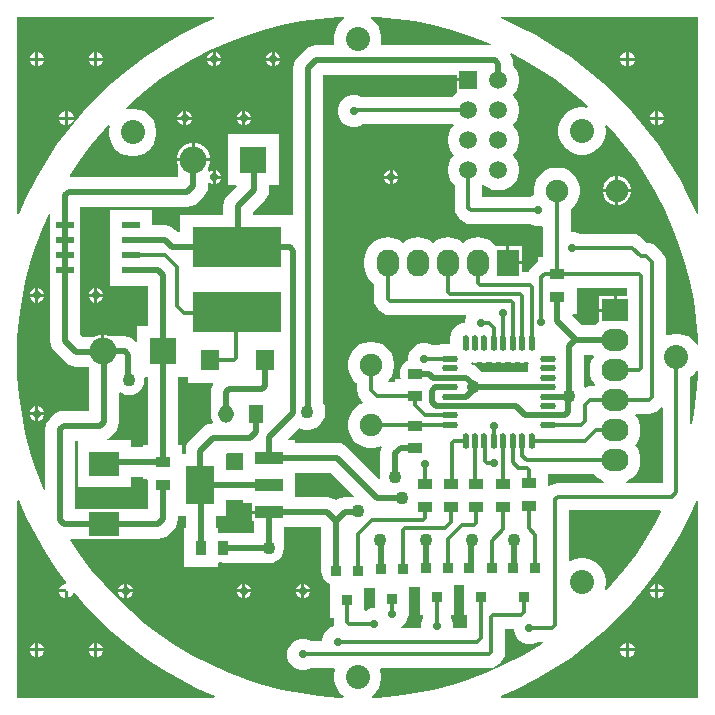
<source format=gtl>
G04*
G04 #@! TF.GenerationSoftware,Altium Limited,Altium Designer,21.0.9 (235)*
G04*
G04 Layer_Physical_Order=1*
G04 Layer_Color=255*
%FSTAX24Y24*%
%MOIN*%
G70*
G04*
G04 #@! TF.SameCoordinates,013E48BC-1F52-4242-9F7F-A7329D5E5ACC*
G04*
G04*
G04 #@! TF.FilePolarity,Positive*
G04*
G01*
G75*
%ADD15C,0.0118*%
%ADD20R,0.0630X0.0236*%
%ADD21R,0.0945X0.1299*%
%ADD22R,0.0945X0.0394*%
%ADD23R,0.0630X0.0709*%
%ADD24R,0.2953X0.1378*%
%ADD25O,0.0217X0.0531*%
%ADD26O,0.0531X0.0217*%
%ADD27R,0.0512X0.0354*%
%ADD28R,0.0354X0.0512*%
%ADD29R,0.0354X0.0374*%
%ADD53C,0.0197*%
%ADD54R,0.0591X0.0591*%
%ADD55C,0.0591*%
%ADD56C,0.0900*%
%ADD57R,0.0900X0.0900*%
%ADD58R,0.0984X0.0787*%
%ADD59O,0.0900X0.0750*%
%ADD60R,0.0900X0.0750*%
%ADD61R,0.0512X0.0591*%
%ADD62O,0.0512X0.0591*%
%ADD63C,0.0800*%
%ADD64O,0.0750X0.0900*%
%ADD65R,0.0750X0.0900*%
%ADD66C,0.0750*%
%ADD67C,0.0276*%
%ADD68C,0.0433*%
G36*
X038887Y04274D02*
X039522Y042686D01*
X040152Y042597D01*
X040777Y042473D01*
X041394Y042314D01*
X042001Y04212D01*
X042596Y041893D01*
X042683Y041854D01*
X042673Y041805D01*
X039053D01*
X039021Y041844D01*
X039042Y041949D01*
Y042106D01*
X039011Y042259D01*
X038951Y042404D01*
X038865Y042534D01*
X038754Y042644D01*
X038677Y042696D01*
X038692Y042745D01*
X038887Y04274D01*
D02*
G37*
G36*
X041548Y040702D02*
X041943D01*
Y040602D01*
X041548D01*
Y040256D01*
X041548Y040256D01*
X041548D01*
X041537Y040209D01*
X041504Y040187D01*
X041408Y040091D01*
X041408Y040091D01*
X038371D01*
X038335Y040111D01*
X0382Y040148D01*
X03806D01*
X037925Y040111D01*
X037804Y040041D01*
X037705Y039942D01*
X037635Y039821D01*
X037598Y039686D01*
Y039546D01*
X037635Y039411D01*
X037705Y03929D01*
X037804Y039191D01*
X037925Y039121D01*
X03806Y039085D01*
X0382D01*
X038335Y039121D01*
X038433Y039177D01*
X041423D01*
X041445Y039128D01*
X041408Y039091D01*
X041332Y038978D01*
X04128Y038853D01*
X041254Y038719D01*
Y038584D01*
X04128Y038451D01*
X041332Y038325D01*
X041408Y038212D01*
X041469Y038152D01*
X041408Y038091D01*
X041332Y037978D01*
X04128Y037853D01*
X041254Y037719D01*
Y037584D01*
X04128Y037451D01*
X041332Y037325D01*
X041408Y037212D01*
X041486Y037134D01*
Y036368D01*
X041486Y036368D01*
X041502Y03625D01*
X041547Y03614D01*
X04162Y036045D01*
X041689Y035976D01*
X041689Y035976D01*
X041784Y035904D01*
X041894Y035858D01*
X042012Y035843D01*
X042012Y035843D01*
X044D01*
X044067Y035804D01*
X044202Y035768D01*
X044342D01*
X044404Y035784D01*
X044443Y035754D01*
Y034745D01*
X04425D01*
Y03457D01*
X04425Y034569D01*
X044156Y034497D01*
X044156Y034497D01*
X044044Y034386D01*
X043972Y034291D01*
X043957Y034256D01*
X043725D01*
Y0345D01*
X04325D01*
Y03455D01*
X0432D01*
Y0351D01*
X042855D01*
X042796Y035171D01*
X042679Y035267D01*
X042546Y035339D01*
X042401Y035383D01*
X04225Y035397D01*
X042099Y035383D01*
X041954Y035339D01*
X041821Y035267D01*
X04175Y035209D01*
X041679Y035267D01*
X041546Y035339D01*
X041401Y035383D01*
X04125Y035397D01*
X041099Y035383D01*
X040954Y035339D01*
X040821Y035267D01*
X04075Y035209D01*
X040679Y035267D01*
X040546Y035339D01*
X040401Y035383D01*
X04025Y035397D01*
X040099Y035383D01*
X039954Y035339D01*
X039821Y035267D01*
X03975Y035209D01*
X039679Y035267D01*
X039546Y035339D01*
X039401Y035383D01*
X03925Y035397D01*
X039099Y035383D01*
X038954Y035339D01*
X038821Y035267D01*
X038704Y035171D01*
X038608Y035054D01*
X038536Y034921D01*
X038492Y034776D01*
X038478Y034625D01*
Y034475D01*
X038492Y034324D01*
X038536Y034179D01*
X038608Y034046D01*
X038704Y033929D01*
X038793Y033855D01*
Y033337D01*
X038793Y033337D01*
X038809Y033219D01*
X038855Y033109D01*
X038927Y033014D01*
X038996Y032945D01*
X038996Y032945D01*
X039091Y032872D01*
X039201Y032827D01*
X039319Y032811D01*
X039319Y032811D01*
X04185D01*
X041875Y032768D01*
X041867Y032754D01*
X041831Y032619D01*
Y032545D01*
X041717Y03253D01*
X041594Y03248D01*
X04149Y032399D01*
X041409Y032294D01*
X041359Y032172D01*
X041341Y032041D01*
Y031859D01*
X041159D01*
X041028Y031841D01*
X040933Y031802D01*
X040733D01*
X040677Y031834D01*
X040542Y03187D01*
X040402D01*
X040267Y031834D01*
X040146Y031764D01*
X040047Y031665D01*
X039977Y031544D01*
X039941Y031409D01*
Y031299D01*
X039909Y031286D01*
X039806Y031207D01*
X039728Y031104D01*
X039678Y030985D01*
X039661Y030856D01*
X039678Y030729D01*
X039679Y030719D01*
X039647Y030679D01*
X039508D01*
Y030565D01*
X039267D01*
X039248Y030611D01*
X039297Y03066D01*
X039381Y030786D01*
X039439Y030926D01*
X039469Y031074D01*
Y031226D01*
X039439Y031374D01*
X039381Y031514D01*
X039297Y03164D01*
X03919Y031747D01*
X039064Y031831D01*
X038924Y031889D01*
X038776Y031919D01*
X038624D01*
X038476Y031889D01*
X038336Y031831D01*
X03821Y031747D01*
X038103Y03164D01*
X038019Y031514D01*
X037961Y031374D01*
X037931Y031226D01*
Y031074D01*
X037961Y030926D01*
X038019Y030786D01*
X038103Y03066D01*
X03821Y030553D01*
X038243Y030531D01*
Y030296D01*
X038243Y030296D01*
X038259Y030178D01*
X038305Y030068D01*
X038377Y029973D01*
X038434Y029917D01*
X038424Y029868D01*
X038336Y029831D01*
X03821Y029747D01*
X038103Y02964D01*
X038019Y029514D01*
X037961Y029374D01*
X037931Y029226D01*
Y029074D01*
X037961Y028926D01*
X038019Y028786D01*
X038103Y02866D01*
X03821Y028553D01*
X038336Y028469D01*
X038476Y028411D01*
X038624Y028381D01*
X038776D01*
X038924Y028411D01*
X039026Y028453D01*
X039065Y028415D01*
X039028Y028327D01*
X039011Y028199D01*
Y027421D01*
X039019Y027364D01*
X038972Y027341D01*
X037906Y028407D01*
X037803Y028485D01*
X037683Y028535D01*
X037555Y028552D01*
X036158D01*
Y028646D01*
X035959D01*
X03594Y028692D01*
X036288Y029041D01*
X036387Y029D01*
X036505Y028976D01*
X036625D01*
X036743Y029D01*
X036854Y029046D01*
X036954Y029113D01*
X037039Y029198D01*
X037106Y029298D01*
X037152Y029409D01*
X037175Y029527D01*
Y029647D01*
X037152Y029765D01*
X037106Y029876D01*
X037101Y029883D01*
Y040813D01*
X041548D01*
Y040702D01*
D02*
G37*
G36*
X043744Y041341D02*
X044293Y041017D01*
X044822Y040663D01*
X045331Y04028D01*
X045818Y039869D01*
X045923Y03977D01*
X045899Y039723D01*
X045809Y039741D01*
X045653D01*
X045499Y039711D01*
X045355Y039651D01*
X045225Y039564D01*
X045114Y039454D01*
X045027Y039324D01*
X044968Y039179D01*
X044937Y039026D01*
Y038869D01*
X044968Y038716D01*
X045027Y038572D01*
X045114Y038442D01*
X045225Y038331D01*
X045355Y038244D01*
X045499Y038184D01*
X045653Y038154D01*
X045809D01*
X045962Y038184D01*
X046107Y038244D01*
X046237Y038331D01*
X046347Y038442D01*
X046434Y038572D01*
X046494Y038716D01*
X046525Y038869D01*
Y039026D01*
X046506Y039121D01*
X046552Y039145D01*
X046719Y038968D01*
X04713Y038481D01*
X047513Y037972D01*
X047867Y037443D01*
X048191Y036894D01*
X048483Y036328D01*
X048743Y035746D01*
X04897Y035151D01*
X049164Y034544D01*
X049323Y033927D01*
X049447Y033302D01*
X049536Y032672D01*
X04959Y032037D01*
X049595Y031843D01*
X049546Y031827D01*
X049494Y031904D01*
X049384Y032014D01*
X049254Y032101D01*
X049109Y032161D01*
X048956Y032191D01*
X0488D01*
X048646Y032161D01*
X048569Y032129D01*
X048528Y032157D01*
Y034567D01*
X048528Y034567D01*
X048512Y034685D01*
X048466Y034795D01*
X048394Y03489D01*
X048394Y03489D01*
X048187Y035097D01*
X048093Y035169D01*
X047982Y035215D01*
X047878Y035228D01*
X047724Y035382D01*
X04763Y035455D01*
X04752Y0355D01*
X047402Y035516D01*
X047402Y035516D01*
X045666D01*
X045599Y035554D01*
X045464Y035591D01*
X045357D01*
Y036344D01*
X045381Y036361D01*
X045488Y036468D01*
X045572Y036594D01*
X04563Y036733D01*
X045659Y036882D01*
Y037033D01*
X04563Y037182D01*
X045572Y037322D01*
X045488Y037448D01*
X045381Y037555D01*
X045255Y037639D01*
X045115Y037697D01*
X044966Y037726D01*
X044815D01*
X044667Y037697D01*
X044527Y037639D01*
X044401Y037555D01*
X044294Y037448D01*
X04421Y037322D01*
X044152Y037182D01*
X044122Y037033D01*
Y036882D01*
X044136Y036813D01*
X044067Y036794D01*
X044Y036756D01*
X0424D01*
Y037134D01*
X042443Y037177D01*
X042504Y037116D01*
X042617Y037041D01*
X042742Y036989D01*
X042875Y036963D01*
X043011D01*
X043144Y036989D01*
X043269Y037041D01*
X043382Y037116D01*
X043478Y037212D01*
X043553Y037325D01*
X043605Y037451D01*
X043632Y037584D01*
Y037719D01*
X043605Y037853D01*
X043553Y037978D01*
X043478Y038091D01*
X043417Y038152D01*
X043478Y038212D01*
X043553Y038325D01*
X043605Y038451D01*
X043632Y038584D01*
Y038719D01*
X043605Y038853D01*
X043553Y038978D01*
X043478Y039091D01*
X043417Y039152D01*
X043478Y039212D01*
X043553Y039325D01*
X043605Y039451D01*
X043632Y039584D01*
Y039719D01*
X043605Y039853D01*
X043553Y039978D01*
X043478Y040091D01*
X043417Y040152D01*
X043478Y040212D01*
X043553Y040325D01*
X043605Y040451D01*
X043632Y040584D01*
Y040719D01*
X043605Y040853D01*
X043553Y040978D01*
X043478Y041091D01*
X043439Y04113D01*
Y041194D01*
X043422Y041322D01*
X043373Y041442D01*
X043329Y041498D01*
X043362Y041538D01*
X043744Y041341D01*
D02*
G37*
G36*
X037819Y042696D02*
X037742Y042644D01*
X037632Y042534D01*
X037545Y042404D01*
X037485Y042259D01*
X037454Y042106D01*
Y041949D01*
X037475Y041844D01*
X037444Y041805D01*
X03686D01*
X036732Y041789D01*
X036612Y041739D01*
X036509Y04166D01*
X036509Y04166D01*
X036253Y041404D01*
X036174Y041301D01*
X036125Y041182D01*
X036108Y041053D01*
Y036191D01*
X036083Y036152D01*
X034768D01*
Y036251D01*
X035154Y036637D01*
X035233Y03674D01*
X035283Y03686D01*
X0353Y036988D01*
X0353Y036988D01*
Y037148D01*
X035617D01*
Y038836D01*
X03393D01*
Y037148D01*
X034196D01*
X034215Y037102D01*
X033921Y036808D01*
X033842Y036705D01*
X033792Y036585D01*
X033775Y036457D01*
Y036152D01*
X032343D01*
Y035565D01*
X032253D01*
X032167Y035651D01*
X032064Y03573D01*
X031945Y035779D01*
X031816Y035796D01*
X031411D01*
Y036312D01*
X029994D01*
Y035288D01*
Y034788D01*
Y034288D01*
Y033788D01*
X031254D01*
Y032444D01*
X030906D01*
Y03194D01*
X03086Y031921D01*
X03083Y031951D01*
X030727Y03203D01*
X030608Y032079D01*
X030479Y032096D01*
X02999D01*
X029962Y032113D01*
X029822Y03215D01*
X0298D01*
Y0316D01*
X0297D01*
Y03215D01*
X029678D01*
X029538Y032113D01*
X029471Y032074D01*
X029081D01*
X028994Y032161D01*
Y0343D01*
Y0348D01*
Y0353D01*
Y0358D01*
Y036423D01*
X032572D01*
X0327Y03644D01*
X03282Y036489D01*
X032923Y036568D01*
X033125Y03677D01*
X033203Y036873D01*
X033253Y036993D01*
X03327Y037121D01*
Y037195D01*
X033316Y037214D01*
X03333Y0372D01*
X033415Y037165D01*
Y037402D01*
Y037638D01*
X03333Y037603D01*
X033316Y037589D01*
X03327Y037609D01*
Y037752D01*
X033286Y03778D01*
X033324Y03792D01*
Y037942D01*
X032774D01*
X032224D01*
Y03792D01*
X032261Y03778D01*
X032277Y037752D01*
Y037416D01*
X028675D01*
X028648Y037466D01*
X028987Y037972D01*
X02937Y038481D01*
X029781Y038968D01*
X029934Y03913D01*
X02998Y039106D01*
X029954Y038976D01*
Y038819D01*
X029985Y038666D01*
X030045Y038522D01*
X030132Y038392D01*
X030242Y038281D01*
X030372Y038194D01*
X030517Y038134D01*
X03067Y038104D01*
X030826D01*
X03098Y038134D01*
X031124Y038194D01*
X031254Y038281D01*
X031365Y038392D01*
X031451Y038522D01*
X031511Y038666D01*
X031542Y038819D01*
Y038976D01*
X031511Y039129D01*
X031451Y039274D01*
X031365Y039404D01*
X031254Y039514D01*
X031124Y039601D01*
X03098Y039661D01*
X030826Y039691D01*
X03067D01*
X030539Y039665D01*
X030516Y039712D01*
X030682Y039869D01*
X031169Y04028D01*
X031678Y040663D01*
X032207Y041017D01*
X032756Y041341D01*
X033322Y041633D01*
X033904Y041893D01*
X034499Y04212D01*
X035106Y042314D01*
X035723Y042473D01*
X036348Y042597D01*
X036978Y042686D01*
X037613Y04274D01*
X037803Y042745D01*
X037819Y042696D01*
D02*
G37*
G36*
X049604Y036174D02*
X049554Y036163D01*
X049304Y036723D01*
X048988Y037335D01*
X048638Y037927D01*
X048256Y038499D01*
X047842Y039049D01*
X047398Y039575D01*
X046925Y040075D01*
X046425Y040548D01*
X045899Y040992D01*
X045349Y041406D01*
X044777Y041788D01*
X044185Y042138D01*
X043573Y042454D01*
X043013Y042704D01*
X043024Y042754D01*
X049604D01*
Y036174D01*
D02*
G37*
G36*
X033487Y042704D02*
X032927Y042454D01*
X032315Y042138D01*
X031723Y041788D01*
X031151Y041406D01*
X030601Y040992D01*
X030075Y040548D01*
X029575Y040075D01*
X029102Y039575D01*
X028658Y039049D01*
X028244Y038499D01*
X027862Y037927D01*
X027512Y037335D01*
X027196Y036723D01*
X026946Y036163D01*
X026896Y036174D01*
Y042754D01*
X033477D01*
X033487Y042704D01*
D02*
G37*
G36*
X04723Y033449D02*
X046881D01*
Y032974D01*
X046831D01*
Y032924D01*
X046281D01*
Y032579D01*
X04621Y032521D01*
X046169Y032471D01*
X045739D01*
X045405Y032805D01*
X045417Y032855D01*
X04555D01*
Y033603D01*
Y033717D01*
X04723D01*
Y033449D01*
D02*
G37*
G36*
X043606Y031237D02*
X043737Y03122D01*
X043868Y031237D01*
X043891Y031247D01*
X043929Y031229D01*
X043947Y031191D01*
X043937Y031168D01*
X04392Y031037D01*
X043931Y030954D01*
X043887Y030904D01*
X042396D01*
X042226Y031073D01*
X042124Y031152D01*
X042044Y031185D01*
X042057Y031234D01*
X042163Y03122D01*
X042294Y031237D01*
X04232Y031248D01*
X042347Y031237D01*
X042478Y03122D01*
X042609Y031237D01*
X042635Y031248D01*
X042661Y031237D01*
X042793Y03122D01*
X042924Y031237D01*
X04295Y031248D01*
X042976Y031237D01*
X043107Y03122D01*
X043239Y031237D01*
X043265Y031248D01*
X043291Y031237D01*
X043422Y03122D01*
X043553Y031237D01*
X04358Y031248D01*
X043606Y031237D01*
D02*
G37*
G36*
X046134Y031428D02*
X046113Y031404D01*
X046042Y03127D01*
X045998Y031125D01*
X045983Y030974D01*
X045998Y030824D01*
X046042Y030679D01*
X046113Y030545D01*
X046172Y030474D01*
X046136Y030431D01*
X045994D01*
X045994Y030431D01*
X045876Y030416D01*
X045822Y030393D01*
X045782Y030454D01*
Y031478D01*
X04611D01*
X046134Y031428D01*
D02*
G37*
G36*
X031254Y028471D02*
X0311D01*
Y028396D01*
X030686D01*
Y028637D01*
X02992D01*
X02991Y028687D01*
X029926Y028694D01*
X030029Y028773D01*
X030144Y028888D01*
X030223Y028991D01*
X030273Y029111D01*
X03029Y029239D01*
Y030222D01*
X030335Y030244D01*
X030392Y0302D01*
X030511Y03015D01*
X03064Y030134D01*
X030768Y03015D01*
X030888Y0302D01*
X030991Y030279D01*
X03107Y030382D01*
X031119Y030501D01*
X031136Y03063D01*
X031124Y030719D01*
X031157Y030756D01*
X031254D01*
Y028471D01*
D02*
G37*
G36*
X048421Y029722D02*
Y027209D01*
X047202D01*
X047194Y027259D01*
X047201Y027261D01*
X047335Y027332D01*
X047452Y027428D01*
X047548Y027545D01*
X047619Y027679D01*
X047663Y027824D01*
X047678Y027974D01*
X047663Y028125D01*
X047619Y02827D01*
X047548Y028404D01*
X04749Y028474D01*
X047548Y028545D01*
X047619Y028679D01*
X047663Y028824D01*
X047678Y028974D01*
X047663Y029125D01*
X047619Y02927D01*
X047548Y029404D01*
X04749Y029474D01*
X047525Y029518D01*
X047957D01*
X047957Y029518D01*
X048075Y029533D01*
X048185Y029579D01*
X04828Y029652D01*
X048371Y029743D01*
X048421Y029722D01*
D02*
G37*
G36*
X049595Y030952D02*
X04959Y030763D01*
X049536Y030128D01*
X049447Y029498D01*
X049384Y029181D01*
X049335Y029186D01*
Y030748D01*
X049384Y030781D01*
X049494Y030892D01*
X049546Y030968D01*
X049595Y030952D01*
D02*
G37*
G36*
X032594Y030756D02*
X032608Y030712D01*
Y030551D01*
X03342D01*
X033442Y030506D01*
X03342Y030477D01*
X033371Y030358D01*
X033354Y030229D01*
Y0295D01*
X033371Y029372D01*
X03342Y029252D01*
X033426Y029244D01*
X033424Y029233D01*
X033401Y029194D01*
X033288Y029179D01*
X033168Y02913D01*
X033066Y029051D01*
X032657Y028643D01*
X032578Y02854D01*
X032529Y02842D01*
X032512Y028292D01*
Y028193D01*
X0324D01*
Y028471D01*
X032246D01*
Y030756D01*
X032594D01*
D02*
G37*
G36*
X034426Y027646D02*
X033874D01*
Y028193D01*
X03392Y028204D01*
X034426D01*
Y027646D01*
D02*
G37*
G36*
X04621Y027428D02*
X046327Y027332D01*
X04646Y027261D01*
X046467Y027259D01*
X04646Y027209D01*
X044912D01*
X044912Y027209D01*
X044794Y027193D01*
X044683Y027147D01*
X044644Y027118D01*
X0446Y02714D01*
Y027518D01*
X046136D01*
X04621Y027428D01*
D02*
G37*
G36*
X028001Y036173D02*
Y0358D01*
Y0353D01*
Y0348D01*
Y0343D01*
Y031955D01*
X028018Y031827D01*
X028068Y031707D01*
X028147Y031604D01*
X028524Y031227D01*
X028627Y031148D01*
X028747Y031098D01*
X028875Y031081D01*
X029297D01*
Y02962D01*
X028452D01*
X028323Y029603D01*
X028204Y029554D01*
X028101Y029475D01*
X027986Y02936D01*
X027907Y029257D01*
X027857Y029137D01*
X02784Y029009D01*
Y026987D01*
X027791Y026976D01*
X027757Y027054D01*
X02753Y027649D01*
X027336Y028256D01*
X027177Y028873D01*
X027053Y029498D01*
X026964Y030128D01*
X02691Y030763D01*
X026896Y03128D01*
Y03152D01*
X02691Y032037D01*
X026964Y032672D01*
X027053Y033302D01*
X027177Y033927D01*
X027336Y034544D01*
X02753Y035151D01*
X027757Y035746D01*
X027952Y036183D01*
X028001Y036173D01*
D02*
G37*
G36*
X038115Y026793D02*
X038116Y026786D01*
X038097Y026741D01*
X037825D01*
X037696Y026724D01*
X037577Y026674D01*
X037526Y026636D01*
X037475Y026674D01*
X037356Y026724D01*
X037227Y026741D01*
X036158D01*
Y027465D01*
Y027559D01*
X037349D01*
X038115Y026793D01*
D02*
G37*
G36*
X028914Y027063D02*
X030686D01*
Y027404D01*
X0311D01*
Y027329D01*
X03124D01*
X031271Y02729D01*
X03127Y027279D01*
X031254Y027152D01*
Y026346D01*
X0298D01*
X0298Y026346D01*
X02978Y026344D01*
X029208D01*
Y026343D01*
X028833D01*
Y028628D01*
X028914D01*
Y027063D01*
D02*
G37*
G36*
X034426Y026559D02*
X034677D01*
X034719Y026541D01*
Y026294D01*
X035292D01*
Y026194D01*
X034719D01*
Y025948D01*
X034799D01*
Y025541D01*
X033814D01*
X033774Y025546D01*
X033647Y02553D01*
X033636Y025529D01*
X033597Y02556D01*
Y0257D01*
X033522D01*
Y026107D01*
X033874D01*
Y026654D01*
X034426D01*
Y026559D01*
D02*
G37*
G36*
X04837Y026253D02*
X048191Y025906D01*
X047867Y025357D01*
X047513Y024828D01*
X04713Y024319D01*
X046719Y023832D01*
X046531Y023633D01*
X046488Y02366D01*
X046496Y023681D01*
X046527Y023834D01*
Y023991D01*
X046496Y024144D01*
X046437Y024288D01*
X04635Y024418D01*
X046239Y024529D01*
X046109Y024616D01*
X045965Y024676D01*
X045811Y024706D01*
X045655D01*
X045502Y024676D01*
X045357Y024616D01*
X045343Y024606D01*
X045299Y02463D01*
Y026295D01*
X048344D01*
X04837Y026253D01*
D02*
G37*
G36*
X038829Y023031D02*
X038719D01*
X038584Y022995D01*
X038521Y022959D01*
X038471Y022972D01*
Y023711D01*
X038829D01*
Y023031D01*
D02*
G37*
G36*
X041779Y022827D02*
X041893D01*
Y022376D01*
X041427D01*
Y022511D01*
X041391Y022646D01*
X041352Y022713D01*
Y022827D01*
X041471D01*
Y023811D01*
X041779D01*
Y022827D01*
D02*
G37*
G36*
X040329D02*
X040439D01*
Y022713D01*
X0404Y022646D01*
X040364Y022511D01*
Y022376D01*
X039721D01*
X039708Y022424D01*
X039716Y022429D01*
X039815Y022528D01*
X039885Y022649D01*
X039919Y022777D01*
X039971D01*
Y023761D01*
X040329D01*
Y022827D01*
D02*
G37*
G36*
X03253Y0257D02*
X032455D01*
Y0244D01*
X033597D01*
Y024543D01*
X033638Y02457D01*
X033651Y024565D01*
X033779Y024548D01*
X033779Y024548D01*
X035255D01*
X035295Y024543D01*
X035424Y02456D01*
X035543Y024609D01*
X035646Y024688D01*
X035725Y024791D01*
X035775Y024911D01*
X035792Y025039D01*
X035792Y025039D01*
Y025748D01*
X037022D01*
X03703Y02574D01*
Y024292D01*
X037047Y024164D01*
X037096Y024044D01*
X037175Y023941D01*
X037278Y023862D01*
X037329Y023841D01*
Y022727D01*
X037447D01*
Y022569D01*
X037447Y022569D01*
X037462Y022451D01*
X037455Y022436D01*
X037374Y022415D01*
X037252Y022345D01*
X037153Y022246D01*
X037083Y022124D01*
X037047Y021989D01*
Y021953D01*
X036709D01*
X036642Y021991D01*
X036507Y022028D01*
X036367D01*
X036232Y021991D01*
X036111Y021921D01*
X036012Y021822D01*
X035942Y021701D01*
X035906Y021566D01*
Y021426D01*
X035942Y021291D01*
X036012Y02117D01*
X036111Y021071D01*
X036232Y021001D01*
X036367Y020965D01*
X036507D01*
X036642Y021001D01*
X036709Y021039D01*
X037465D01*
X037493Y020998D01*
X037485Y020979D01*
X037454Y020826D01*
Y020669D01*
X037485Y020516D01*
X037545Y020372D01*
X037632Y020242D01*
X037742Y020131D01*
X037784Y020103D01*
X037768Y020056D01*
X037613Y02006D01*
X036978Y020114D01*
X036348Y020203D01*
X035723Y020327D01*
X035106Y020486D01*
X034499Y02068D01*
X033904Y020907D01*
X033322Y021167D01*
X032756Y021459D01*
X032207Y021783D01*
X031678Y022137D01*
X031169Y02252D01*
X030682Y022931D01*
X030219Y023369D01*
X029781Y023832D01*
X02937Y024319D01*
X028987Y024828D01*
X028667Y025306D01*
X028691Y02535D01*
X029796D01*
X029823Y025354D01*
X031598D01*
X031727Y025371D01*
X031846Y02542D01*
X031949Y025499D01*
X032101Y025651D01*
X032101Y025651D01*
X03218Y025754D01*
X032229Y025873D01*
X032246Y026002D01*
X032246Y026002D01*
Y026107D01*
X03253D01*
Y0257D01*
D02*
G37*
G36*
X043445Y022312D02*
X043481Y022177D01*
X043551Y022056D01*
X04365Y021957D01*
X043771Y021887D01*
X043906Y02185D01*
X044046D01*
X044182Y021887D01*
X044248Y021925D01*
X044419D01*
X044434Y021877D01*
X044293Y021783D01*
X043744Y021459D01*
X043178Y021167D01*
X042596Y020907D01*
X042001Y02068D01*
X041394Y020486D01*
X040777Y020327D01*
X040152Y020203D01*
X039522Y020114D01*
X038887Y02006D01*
X038728Y020056D01*
X038712Y020103D01*
X038754Y020131D01*
X038865Y020242D01*
X038951Y020372D01*
X039011Y020516D01*
X039042Y020669D01*
Y020826D01*
X039011Y020979D01*
X039003Y020998D01*
X039031Y021039D01*
X042638D01*
X042638Y021039D01*
X042756Y021055D01*
X042866Y021101D01*
X04296Y021173D01*
X04303Y021242D01*
X04303Y021242D01*
X043102Y021337D01*
X043148Y021447D01*
X043163Y021565D01*
X043163Y021565D01*
Y022358D01*
X043445D01*
Y022312D01*
D02*
G37*
G36*
X049604Y026627D02*
Y020046D01*
X043024D01*
X043013Y020096D01*
X043573Y020346D01*
X044185Y020662D01*
X044777Y021012D01*
X045349Y021394D01*
X045899Y021808D01*
X046425Y022252D01*
X046925Y022725D01*
X047398Y023225D01*
X047842Y023751D01*
X048256Y024301D01*
X048638Y024873D01*
X048988Y025465D01*
X049304Y026077D01*
X049554Y026637D01*
X049604Y026627D01*
D02*
G37*
G36*
X027196Y026077D02*
X027512Y025465D01*
X027862Y024873D01*
X028244Y024301D01*
X028542Y023905D01*
X02852Y02386D01*
X028496D01*
X028409Y023824D01*
X028342Y023757D01*
X028307Y023672D01*
X028543D01*
Y023622D01*
X028593D01*
Y023385D01*
X028678Y02342D01*
X028745Y023487D01*
X028768Y023543D01*
X028826Y023552D01*
X029102Y023225D01*
X029575Y022725D01*
X030075Y022252D01*
X030601Y021808D01*
X031151Y021394D01*
X031723Y021012D01*
X032315Y020662D01*
X032927Y020346D01*
X033487Y020096D01*
X033477Y020046D01*
X026896D01*
Y026627D01*
X026946Y026637D01*
X027196Y026077D01*
D02*
G37*
%LPC*%
G36*
X03942Y037638D02*
Y037452D01*
X039607D01*
X039572Y037536D01*
X039505Y037603D01*
X03942Y037638D01*
D02*
G37*
G36*
X03932D02*
X039235Y037603D01*
X039168Y037536D01*
X039133Y037452D01*
X03932D01*
Y037638D01*
D02*
G37*
G36*
X039607Y037352D02*
X03942D01*
Y037165D01*
X039505Y0372D01*
X039572Y037267D01*
X039607Y037352D01*
D02*
G37*
G36*
X03932D02*
X039133D01*
X039168Y037267D01*
X039235Y0372D01*
X03932Y037165D01*
Y037352D01*
D02*
G37*
G36*
X043725Y0351D02*
X0433D01*
Y0346D01*
X043725D01*
Y0351D01*
D02*
G37*
G36*
X046953Y037433D02*
X046941D01*
Y037008D01*
X047366D01*
Y03702D01*
X047333Y037141D01*
X047271Y037249D01*
X047182Y037338D01*
X047074Y0374D01*
X046953Y037433D01*
D02*
G37*
G36*
X046841D02*
X046828D01*
X046707Y0374D01*
X046599Y037338D01*
X046511Y037249D01*
X046448Y037141D01*
X046416Y03702D01*
Y037008D01*
X046841D01*
Y037433D01*
D02*
G37*
G36*
X047366Y036908D02*
X046941D01*
Y036483D01*
X046953D01*
X047074Y036515D01*
X047182Y036578D01*
X047271Y036666D01*
X047333Y036774D01*
X047366Y036895D01*
Y036908D01*
D02*
G37*
G36*
X046841D02*
X046416D01*
Y036895D01*
X046448Y036774D01*
X046511Y036666D01*
X046599Y036578D01*
X046707Y036515D01*
X046828Y036483D01*
X046841D01*
Y036908D01*
D02*
G37*
G36*
X035483Y041575D02*
Y041389D01*
X03567D01*
X035635Y041473D01*
X035568Y04154D01*
X035483Y041575D01*
D02*
G37*
G36*
X035383D02*
X035298Y04154D01*
X035231Y041473D01*
X035196Y041389D01*
X035383D01*
Y041575D01*
D02*
G37*
G36*
X033515D02*
Y041389D01*
X033701D01*
X033666Y041473D01*
X033599Y04154D01*
X033515Y041575D01*
D02*
G37*
G36*
X033415D02*
X03333Y04154D01*
X033263Y041473D01*
X033228Y041389D01*
X033415D01*
Y041575D01*
D02*
G37*
G36*
X03567Y041289D02*
X035483D01*
Y041102D01*
X035568Y041137D01*
X035635Y041204D01*
X03567Y041289D01*
D02*
G37*
G36*
X035383D02*
X035196D01*
X035231Y041204D01*
X035298Y041137D01*
X035383Y041102D01*
Y041289D01*
D02*
G37*
G36*
X033701D02*
X033515D01*
Y041102D01*
X033599Y041137D01*
X033666Y041204D01*
X033701Y041289D01*
D02*
G37*
G36*
X033415D02*
X033228D01*
X033263Y041204D01*
X03333Y041137D01*
X033415Y041102D01*
Y041289D01*
D02*
G37*
G36*
X034499Y039607D02*
Y03942D01*
X034685D01*
X03465Y039505D01*
X034584Y039572D01*
X034499Y039607D01*
D02*
G37*
G36*
X034399D02*
X034314Y039572D01*
X034247Y039505D01*
X034212Y03942D01*
X034399D01*
Y039607D01*
D02*
G37*
G36*
X03253D02*
Y03942D01*
X032717D01*
X032682Y039505D01*
X032615Y039572D01*
X03253Y039607D01*
D02*
G37*
G36*
X03243D02*
X032346Y039572D01*
X032279Y039505D01*
X032244Y03942D01*
X03243D01*
Y039607D01*
D02*
G37*
G36*
X034685Y03932D02*
X034499D01*
Y039133D01*
X034584Y039168D01*
X03465Y039235D01*
X034685Y03932D01*
D02*
G37*
G36*
X034399D02*
X034212D01*
X034247Y039235D01*
X034314Y039168D01*
X034399Y039133D01*
Y03932D01*
D02*
G37*
G36*
X032717D02*
X03253D01*
Y039133D01*
X032615Y039168D01*
X032682Y039235D01*
X032717Y03932D01*
D02*
G37*
G36*
X03243D02*
X032244D01*
X032279Y039235D01*
X032346Y039168D01*
X03243Y039133D01*
Y03932D01*
D02*
G37*
G36*
X032846Y038542D02*
X032824D01*
Y038042D01*
X033324D01*
Y038065D01*
X033286Y038204D01*
X033214Y03833D01*
X033111Y038432D01*
X032986Y038505D01*
X032846Y038542D01*
D02*
G37*
G36*
X032724D02*
X032701D01*
X032561Y038505D01*
X032436Y038432D01*
X032334Y03833D01*
X032261Y038204D01*
X032224Y038065D01*
Y038042D01*
X032724D01*
Y038542D01*
D02*
G37*
G36*
X033515Y037638D02*
Y037452D01*
X033701D01*
X033666Y037536D01*
X033599Y037603D01*
X033515Y037638D01*
D02*
G37*
G36*
X033701Y037352D02*
X033515D01*
Y037165D01*
X033599Y0372D01*
X033666Y037267D01*
X033701Y037352D01*
D02*
G37*
G36*
X029578Y033701D02*
Y033515D01*
X029764D01*
X029729Y033599D01*
X029662Y033666D01*
X029578Y033701D01*
D02*
G37*
G36*
X029478D02*
X029393Y033666D01*
X029326Y033599D01*
X029291Y033515D01*
X029478D01*
Y033701D01*
D02*
G37*
G36*
X029764Y033415D02*
X029578D01*
Y033228D01*
X029662Y033263D01*
X029729Y03333D01*
X029764Y033415D01*
D02*
G37*
G36*
X029478D02*
X029291D01*
X029326Y03333D01*
X029393Y033263D01*
X029478Y033228D01*
Y033415D01*
D02*
G37*
G36*
X047294Y041575D02*
Y041389D01*
X047481D01*
X047446Y041473D01*
X047379Y04154D01*
X047294Y041575D01*
D02*
G37*
G36*
X047194D02*
X047109Y04154D01*
X047042Y041473D01*
X047007Y041389D01*
X047194D01*
Y041575D01*
D02*
G37*
G36*
X047481Y041289D02*
X047294D01*
Y041102D01*
X047379Y041137D01*
X047446Y041204D01*
X047481Y041289D01*
D02*
G37*
G36*
X047194D02*
X047007D01*
X047042Y041204D01*
X047109Y041137D01*
X047194Y041102D01*
Y041289D01*
D02*
G37*
G36*
X048278Y039607D02*
Y03942D01*
X048465D01*
X04843Y039505D01*
X048363Y039572D01*
X048278Y039607D01*
D02*
G37*
G36*
X048178D02*
X048094Y039572D01*
X048027Y039505D01*
X047992Y03942D01*
X048178D01*
Y039607D01*
D02*
G37*
G36*
X048465Y03932D02*
X048278D01*
Y039133D01*
X048363Y039168D01*
X04843Y039235D01*
X048465Y03932D01*
D02*
G37*
G36*
X048178D02*
X047992D01*
X048027Y039235D01*
X048094Y039168D01*
X048178Y039133D01*
Y03932D01*
D02*
G37*
G36*
X029578Y041575D02*
Y041389D01*
X029764D01*
X029729Y041473D01*
X029662Y04154D01*
X029578Y041575D01*
D02*
G37*
G36*
X029478D02*
X029393Y04154D01*
X029326Y041473D01*
X029291Y041389D01*
X029478D01*
Y041575D01*
D02*
G37*
G36*
X027609D02*
Y041389D01*
X027796D01*
X027761Y041473D01*
X027694Y04154D01*
X027609Y041575D01*
D02*
G37*
G36*
X027509D02*
X027424Y04154D01*
X027357Y041473D01*
X027322Y041389D01*
X027509D01*
Y041575D01*
D02*
G37*
G36*
X029764Y041289D02*
X029578D01*
Y041102D01*
X029662Y041137D01*
X029729Y041204D01*
X029764Y041289D01*
D02*
G37*
G36*
X029478D02*
X029291D01*
X029326Y041204D01*
X029393Y041137D01*
X029478Y041102D01*
Y041289D01*
D02*
G37*
G36*
X027796D02*
X027609D01*
Y041102D01*
X027694Y041137D01*
X027761Y041204D01*
X027796Y041289D01*
D02*
G37*
G36*
X027509D02*
X027322D01*
X027357Y041204D01*
X027424Y041137D01*
X027509Y041102D01*
Y041289D01*
D02*
G37*
G36*
X028593Y039607D02*
Y03942D01*
X02878D01*
X028745Y039505D01*
X028678Y039572D01*
X028593Y039607D01*
D02*
G37*
G36*
X028493D02*
X028409Y039572D01*
X028342Y039505D01*
X028307Y03942D01*
X028493D01*
Y039607D01*
D02*
G37*
G36*
X02878Y03932D02*
X028593D01*
Y039133D01*
X028678Y039168D01*
X028745Y039235D01*
X02878Y03932D01*
D02*
G37*
G36*
X028493D02*
X028307D01*
X028342Y039235D01*
X028409Y039168D01*
X028493Y039133D01*
Y03932D01*
D02*
G37*
G36*
X046781Y033449D02*
X046281D01*
Y033024D01*
X046781D01*
Y033449D01*
D02*
G37*
G36*
X027609Y033701D02*
Y033515D01*
X027796D01*
X027761Y033599D01*
X027694Y033666D01*
X027609Y033701D01*
D02*
G37*
G36*
X027509D02*
X027424Y033666D01*
X027357Y033599D01*
X027322Y033515D01*
X027509D01*
Y033701D01*
D02*
G37*
G36*
X027796Y033415D02*
X027609D01*
Y033228D01*
X027694Y033263D01*
X027761Y03333D01*
X027796Y033415D01*
D02*
G37*
G36*
X027509D02*
X027322D01*
X027357Y03333D01*
X027424Y033263D01*
X027509Y033228D01*
Y033415D01*
D02*
G37*
G36*
X027609Y029764D02*
Y029578D01*
X027796D01*
X027761Y029662D01*
X027694Y029729D01*
X027609Y029764D01*
D02*
G37*
G36*
X027509D02*
X027424Y029729D01*
X027357Y029662D01*
X027322Y029578D01*
X027509D01*
Y029764D01*
D02*
G37*
G36*
X027796Y029478D02*
X027609D01*
Y029291D01*
X027694Y029326D01*
X027761Y029393D01*
X027796Y029478D01*
D02*
G37*
G36*
X027509D02*
X027322D01*
X027357Y029393D01*
X027424Y029326D01*
X027509Y029291D01*
Y029478D01*
D02*
G37*
G36*
X036467Y023859D02*
Y023672D01*
X036654D01*
X036619Y023757D01*
X036552Y023824D01*
X036467Y023859D01*
D02*
G37*
G36*
X036367D02*
X036283Y023824D01*
X036216Y023757D01*
X036181Y023672D01*
X036367D01*
Y023859D01*
D02*
G37*
G36*
X034499D02*
Y023672D01*
X034685D01*
X03465Y023757D01*
X034584Y023824D01*
X034499Y023859D01*
D02*
G37*
G36*
X034399D02*
X034314Y023824D01*
X034247Y023757D01*
X034212Y023672D01*
X034399D01*
Y023859D01*
D02*
G37*
G36*
X030562D02*
Y023672D01*
X030748D01*
X030713Y023757D01*
X030647Y023824D01*
X030562Y023859D01*
D02*
G37*
G36*
X030462D02*
X030377Y023824D01*
X03031Y023757D01*
X030275Y023672D01*
X030462D01*
Y023859D01*
D02*
G37*
G36*
X036654Y023572D02*
X036467D01*
Y023385D01*
X036552Y02342D01*
X036619Y023487D01*
X036654Y023572D01*
D02*
G37*
G36*
X036367D02*
X036181D01*
X036216Y023487D01*
X036283Y02342D01*
X036367Y023385D01*
Y023572D01*
D02*
G37*
G36*
X034685D02*
X034499D01*
Y023385D01*
X034584Y02342D01*
X03465Y023487D01*
X034685Y023572D01*
D02*
G37*
G36*
X034399D02*
X034212D01*
X034247Y023487D01*
X034314Y02342D01*
X034399Y023385D01*
Y023572D01*
D02*
G37*
G36*
X030748D02*
X030562D01*
Y023385D01*
X030647Y02342D01*
X030713Y023487D01*
X030748Y023572D01*
D02*
G37*
G36*
X030462D02*
X030275D01*
X03031Y023487D01*
X030377Y02342D01*
X030462Y023385D01*
Y023572D01*
D02*
G37*
G36*
X048278Y023859D02*
Y023672D01*
X048465D01*
X04843Y023757D01*
X048363Y023824D01*
X048278Y023859D01*
D02*
G37*
G36*
X048178D02*
X048094Y023824D01*
X048027Y023757D01*
X047992Y023672D01*
X048178D01*
Y023859D01*
D02*
G37*
G36*
X048465Y023572D02*
X048278D01*
Y023385D01*
X048363Y02342D01*
X04843Y023487D01*
X048465Y023572D01*
D02*
G37*
G36*
X048178D02*
X047992D01*
X048027Y023487D01*
X048094Y02342D01*
X048178Y023385D01*
Y023572D01*
D02*
G37*
G36*
X047294Y02189D02*
Y021704D01*
X047481D01*
X047446Y021788D01*
X047379Y021855D01*
X047294Y02189D01*
D02*
G37*
G36*
X047194D02*
X047109Y021855D01*
X047042Y021788D01*
X047007Y021704D01*
X047194D01*
Y02189D01*
D02*
G37*
G36*
X047481Y021604D02*
X047294D01*
Y021417D01*
X047379Y021452D01*
X047446Y021519D01*
X047481Y021604D01*
D02*
G37*
G36*
X047194D02*
X047007D01*
X047042Y021519D01*
X047109Y021452D01*
X047194Y021417D01*
Y021604D01*
D02*
G37*
G36*
X028493Y023572D02*
X028307D01*
X028342Y023487D01*
X028409Y02342D01*
X028493Y023385D01*
Y023572D01*
D02*
G37*
G36*
X029578Y02189D02*
Y021704D01*
X029764D01*
X029729Y021788D01*
X029662Y021855D01*
X029578Y02189D01*
D02*
G37*
G36*
X029478D02*
X029393Y021855D01*
X029326Y021788D01*
X029291Y021704D01*
X029478D01*
Y02189D01*
D02*
G37*
G36*
X027609D02*
Y021704D01*
X027796D01*
X027761Y021788D01*
X027694Y021855D01*
X027609Y02189D01*
D02*
G37*
G36*
X027509D02*
X027424Y021855D01*
X027357Y021788D01*
X027322Y021704D01*
X027509D01*
Y02189D01*
D02*
G37*
G36*
X029764Y021604D02*
X029578D01*
Y021417D01*
X029662Y021452D01*
X029729Y021519D01*
X029764Y021604D01*
D02*
G37*
G36*
X029478D02*
X029291D01*
X029326Y021519D01*
X029393Y021452D01*
X029478Y021417D01*
Y021604D01*
D02*
G37*
G36*
X027796D02*
X027609D01*
Y021417D01*
X027694Y021452D01*
X027761Y021519D01*
X027796Y021604D01*
D02*
G37*
G36*
X027509D02*
X027322D01*
X027357Y021519D01*
X027424Y021452D01*
X027509Y021417D01*
Y021604D01*
D02*
G37*
%LPD*%
D15*
X03813Y039616D02*
X038148Y039634D01*
X041925D02*
X041943Y039652D01*
X038148Y039634D02*
X041925D01*
X037579Y021919D02*
X042234D01*
X04235Y022035D01*
X042566Y027874D02*
X042793D01*
X042496Y027943D02*
Y028597D01*
Y027943D02*
X042566Y027874D01*
X042478Y028616D02*
X042496Y028597D01*
X0405Y027174D02*
X040502Y027176D01*
Y027844D01*
X047402Y035059D02*
X047687Y034774D01*
X045394Y035059D02*
X047402D01*
X042012Y036299D02*
X044272D01*
X041943Y036368D02*
Y037652D01*
Y036368D02*
X042012Y036299D01*
X048071Y030089D02*
Y034567D01*
X047864Y034774D02*
X048071Y034567D01*
X047687Y034774D02*
X047864D01*
X038258Y025502D02*
X03873Y025974D01*
X038258Y024308D02*
Y025502D01*
X03873Y025974D02*
X040431D01*
X042776Y022815D02*
X043691D01*
X042707Y021565D02*
Y022746D01*
X042776Y022815D01*
X037973Y0225D02*
X038789D01*
X037904Y022569D02*
X037973Y0225D01*
X037904Y022569D02*
Y023304D01*
X0449Y034174D02*
Y036948D01*
X044891Y036958D02*
X0449Y036948D01*
X036437Y021496D02*
X042638D01*
X042707Y021565D01*
X043691Y022815D02*
X0438Y022924D01*
Y023408D01*
X044734Y022382D02*
X044843Y02249D01*
X043976Y022382D02*
X044734D01*
X044843Y02249D02*
Y026683D01*
X048878Y026909D02*
Y031398D01*
X044912Y026752D02*
X04872D01*
X048878Y026909D01*
X044843Y026683D02*
X044912Y026752D01*
X040896Y022441D02*
Y023404D01*
X0422Y025886D02*
Y026426D01*
X042131Y025817D02*
X0422Y025886D01*
X04126Y025344D02*
X041733Y025817D01*
X042131D01*
X04135Y025896D02*
Y026426D01*
X041153Y025699D02*
X04135Y025896D01*
X039843Y025699D02*
X041153D01*
X04126Y024406D02*
Y025344D01*
X039774Y024342D02*
Y02563D01*
X039843Y025699D01*
X040431Y025974D02*
X0405Y026044D01*
Y026426D01*
X0379Y023308D02*
X037904Y023304D01*
X03939Y022854D02*
Y023348D01*
X0394Y023358D01*
X040896Y023404D02*
X0409Y023408D01*
X047957Y029974D02*
X048071Y030089D01*
X046831Y029974D02*
X047957D01*
X043737Y028117D02*
X04388Y027974D01*
X046831D01*
X046033Y028819D02*
Y028819D01*
X045831Y028616D02*
X046033Y028819D01*
X044052Y028616D02*
X045831D01*
X046189Y028974D02*
X046831D01*
X046033Y028819D02*
X046189Y028974D01*
X045817Y029797D02*
X045994Y029974D01*
X045817Y029272D02*
Y029797D01*
X045994Y029974D02*
X046831D01*
X047539Y034174D02*
X047618D01*
X047087Y030992D02*
X047618D01*
X047687Y031061D01*
X047618Y034174D02*
X047687Y034105D01*
Y031061D02*
Y034105D01*
X047539Y034174D02*
X047539Y034174D01*
X0449Y034174D02*
X047539D01*
X043737Y028117D02*
Y028616D01*
X04235Y022035D02*
Y023408D01*
X034126Y031299D02*
X034195Y031368D01*
X033317Y031299D02*
X034126D01*
X034195Y031368D02*
Y032886D01*
X032458D02*
X034195D01*
X032224Y03312D02*
X032458Y032886D01*
X032224Y03312D02*
Y034409D01*
X031834Y0348D02*
X032224Y034409D01*
X030702Y0348D02*
X031834D01*
X044367Y032589D02*
Y034063D01*
X044479Y034174D01*
X042793Y031884D02*
Y032394D01*
X042303Y032549D02*
X042362D01*
X042638D01*
X042793Y032394D01*
X043099Y031892D02*
X043107Y031884D01*
X043091Y032894D02*
X043099Y032885D01*
Y031892D02*
Y032885D01*
X03925Y033337D02*
Y03455D01*
X043353Y033268D02*
X043422Y033199D01*
X03925Y033337D02*
X039319Y033268D01*
X043353D01*
X043422Y031884D02*
Y033199D01*
X04125Y033593D02*
Y03455D01*
Y033593D02*
X041319Y033524D01*
X043737Y031884D02*
Y033454D01*
X041319Y033524D02*
X043668D01*
X043737Y033454D01*
X044052Y031884D02*
Y03373D01*
X043983Y033799D02*
X044052Y03373D01*
X04225Y033868D02*
X042319Y033799D01*
X04225Y033868D02*
Y03455D01*
X042319Y033799D02*
X043983D01*
X044479Y034174D02*
X0449D01*
X045693Y029148D02*
X045817Y029272D01*
X042794Y028618D02*
Y029107D01*
X042795Y029108D01*
X042793Y028616D02*
X042794Y028618D01*
X040157Y0298D02*
Y030108D01*
X038888D02*
X040157D01*
Y0298D02*
X040495Y029463D01*
X041316D01*
X038258Y024308D02*
X038274Y024292D01*
X04126Y024406D02*
X041274Y024392D01*
X042717Y0244D02*
X042724Y024392D01*
X042717Y0244D02*
Y025285D01*
X0431Y025669D01*
Y026426D01*
X044174Y024392D02*
Y025491D01*
X04395Y025715D02*
X044174Y025491D01*
X04395Y025715D02*
Y026452D01*
X044584Y029148D02*
X045693D01*
X046829Y027976D02*
X046831Y027974D01*
X04395Y0272D02*
Y027657D01*
X043881Y027726D02*
X04395Y027657D01*
X043422Y027906D02*
X043602Y027726D01*
X043881D01*
X043422Y027906D02*
Y028616D01*
X0431Y027174D02*
X043107Y027182D01*
Y028616D01*
X042163Y027211D02*
X0422Y027174D01*
X042163Y027211D02*
Y028616D01*
X04135Y027174D02*
X041388Y027212D01*
Y028547D01*
X041457Y028616D02*
X041848D01*
X041388Y028547D02*
X041457Y028616D01*
X040479Y031346D02*
X041309D01*
X041316Y031352D01*
X040472Y031339D02*
X040479Y031346D01*
X0387Y030296D02*
Y03115D01*
Y030296D02*
X038888Y030108D01*
X040124Y02915D02*
X04015Y029124D01*
X0387Y02915D02*
X040124D01*
X040174Y029148D02*
X041316D01*
X04015Y029124D02*
X040174Y029148D01*
X030702Y0353D02*
X030707Y035305D01*
D20*
X028498Y0358D02*
D03*
Y0353D02*
D03*
Y0348D02*
D03*
Y0343D02*
D03*
X030702Y0358D02*
D03*
Y0353D02*
D03*
Y0348D02*
D03*
Y0343D02*
D03*
D21*
X033008Y02715D02*
D03*
D22*
X035292Y028056D02*
D03*
Y02715D02*
D03*
Y026244D02*
D03*
D23*
X033317Y031299D02*
D03*
X035167D02*
D03*
D24*
X034213Y035069D02*
D03*
Y032904D02*
D03*
D25*
X041848Y031884D02*
D03*
X042163D02*
D03*
X042478D02*
D03*
X042793D02*
D03*
X043107D02*
D03*
X043422D02*
D03*
X043737D02*
D03*
X044052D02*
D03*
Y028616D02*
D03*
X043737D02*
D03*
X043422D02*
D03*
X043107D02*
D03*
X042793D02*
D03*
X042478D02*
D03*
X042163D02*
D03*
X041848D02*
D03*
D26*
X044584Y031352D02*
D03*
Y031037D02*
D03*
Y030722D02*
D03*
Y030407D02*
D03*
Y030093D02*
D03*
Y029778D02*
D03*
Y029463D02*
D03*
Y029148D02*
D03*
X041316D02*
D03*
Y029463D02*
D03*
Y029778D02*
D03*
Y030093D02*
D03*
Y030407D02*
D03*
Y030722D02*
D03*
Y031037D02*
D03*
Y031352D02*
D03*
D27*
X03175Y0279D02*
D03*
Y027152D02*
D03*
X0449Y034174D02*
D03*
Y033426D02*
D03*
X0422Y027174D02*
D03*
Y026426D02*
D03*
X0405Y027174D02*
D03*
Y026426D02*
D03*
X04135Y027174D02*
D03*
Y026426D02*
D03*
X040157Y030108D02*
D03*
Y030856D02*
D03*
X04015Y029124D02*
D03*
Y028376D02*
D03*
X0431Y027174D02*
D03*
Y026426D02*
D03*
X04395Y0272D02*
D03*
Y026452D02*
D03*
D28*
X033026Y02505D02*
D03*
X033774D02*
D03*
D29*
X041274Y024392D02*
D03*
X0409Y023408D02*
D03*
X040526Y024392D02*
D03*
X038274Y024292D02*
D03*
X0379Y023308D02*
D03*
X037526Y024292D02*
D03*
X039774Y024342D02*
D03*
X0394Y023358D02*
D03*
X039026Y024342D02*
D03*
X042724Y024392D02*
D03*
X04235Y023408D02*
D03*
X041976Y024392D02*
D03*
X044174D02*
D03*
X0438Y023408D02*
D03*
X043426Y024392D02*
D03*
D53*
X038907Y026703D02*
X039715D01*
X037555Y028056D02*
X038907Y026703D01*
X035292Y028056D02*
X037555D01*
X041316Y030722D02*
X041875D01*
X039508Y027421D02*
Y028199D01*
X039685Y028376D01*
X04015D01*
X036604Y029626D02*
Y041053D01*
X03686Y041309D01*
X042828D01*
X042943Y040652D02*
Y041194D01*
X042828Y041309D02*
X042943Y041194D01*
X035292Y026244D02*
X037227D01*
X037526Y025946D01*
X037825Y026244D02*
X038243D01*
X037526Y024292D02*
Y025946D01*
X037825Y026244D01*
X038243D02*
X038268Y02627D01*
X043445Y025286D02*
X043465Y025305D01*
X043445Y024411D02*
Y025286D01*
X043426Y024392D02*
X043445Y024411D01*
X041976Y024392D02*
X042018Y024434D01*
Y02527D01*
X042059Y025311D01*
X039006Y02532D02*
X039016Y02531D01*
Y024352D02*
Y02531D01*
Y024352D02*
X039026Y024342D01*
X040529Y024395D02*
Y025302D01*
X040526Y024392D02*
X040529Y024395D01*
Y025302D02*
X040532Y025305D01*
X045498Y031974D02*
X045516Y031992D01*
X0449Y032608D02*
X045516Y031992D01*
X045285Y031762D02*
X045498Y031974D01*
X046831D01*
X0449Y032608D02*
Y033426D01*
X045285Y030098D02*
Y031762D01*
X035292Y026244D02*
X035295Y026241D01*
X03529Y025045D02*
X035295Y025039D01*
Y026241D01*
X033779Y025045D02*
X03529D01*
X033774Y02505D02*
X033779Y025045D01*
X032756Y03801D02*
X032774Y037992D01*
X035167Y03046D02*
Y031299D01*
X033965Y030344D02*
X035052D01*
X035167Y03046D01*
X03385Y030229D02*
X033965Y030344D01*
X03385Y0295D02*
Y030229D01*
X02975Y0316D02*
X030479D01*
X030595Y030675D02*
Y031485D01*
X030479Y0316D02*
X030595Y031485D01*
Y030675D02*
X03064Y03063D01*
X028337Y025962D02*
Y029009D01*
X028452Y029124D02*
X029678D01*
X028875Y031578D02*
X029728D01*
X028337Y029009D02*
X028452Y029124D01*
X029796Y025846D02*
X0298Y02585D01*
X028452Y025846D02*
X029796D01*
X028337Y025962D02*
X028452Y025846D01*
X029793Y029239D02*
Y031557D01*
X029678Y029124D02*
X029793Y029239D01*
X02975Y0316D02*
X029793Y031557D01*
X029728Y031578D02*
X02975Y0316D01*
X03175Y026002D02*
Y027152D01*
X031598Y02585D02*
X03175Y026002D01*
X0298Y02585D02*
X031598D01*
X028498Y031955D02*
Y0343D01*
Y031955D02*
X028875Y031578D01*
X032572Y036919D02*
X032774Y037121D01*
X028613Y036919D02*
X032572D01*
X032774Y037121D02*
Y037992D01*
X028498Y036804D02*
X028613Y036919D01*
X028498Y0358D02*
Y036804D01*
Y0353D02*
Y0358D01*
Y0348D02*
Y0353D01*
Y0343D02*
Y0348D01*
X036102Y029557D02*
Y034954D01*
X035292Y028746D02*
X036102Y029557D01*
X034213Y035069D02*
X035987D01*
X036102Y034954D01*
X034774Y037992D02*
X034803Y037963D01*
Y036988D02*
Y037963D01*
X034272Y036457D02*
X034803Y036988D01*
X034272Y035128D02*
Y036457D01*
X035292Y028056D02*
Y028746D01*
X036565Y029587D02*
X036604Y029626D01*
X034213Y035069D02*
X034272Y035128D01*
X032047Y035069D02*
X034213D01*
X030702Y0353D02*
X031816D01*
X032047Y035069D01*
X044584Y030093D02*
X04528D01*
X045285Y030098D01*
X044315Y029463D02*
X044584D01*
X043539Y029778D02*
X043844Y029472D01*
X044315D01*
X042055Y030362D02*
X0421Y030407D01*
X040764Y030722D02*
X041316D01*
Y030093D02*
X041875D01*
X042055Y030453D02*
Y030543D01*
X041875Y030722D02*
X042055Y030543D01*
X041875Y030093D02*
X042055Y030272D01*
Y030362D01*
Y030453D02*
X0421Y030407D01*
X044584D01*
X04063Y030856D02*
X040764Y030722D01*
X040157Y030856D02*
X04063D01*
X040728Y029911D02*
X040862Y029778D01*
X041316D01*
X040844Y030407D02*
X041316D01*
X040728Y030292D02*
X040844Y030407D01*
X040728Y029911D02*
Y030292D01*
X041316Y029778D02*
X043539D01*
X045152Y029463D02*
X045266Y029577D01*
X044584Y029463D02*
X045152D01*
X045266Y029577D02*
Y029977D01*
X030702Y0343D02*
X0316D01*
X03175Y03415D01*
Y0316D02*
Y03415D01*
X03465Y0287D02*
X03485Y0289D01*
Y0295D01*
X033417Y0287D02*
X03465D01*
X033008Y028292D02*
X033417Y0287D01*
X033008Y02715D02*
Y028292D01*
Y02715D02*
X035292D01*
X033026Y02505D02*
Y027132D01*
X033008Y02715D02*
X033026Y027132D01*
X03175Y0279D02*
Y0316D01*
X02985Y0279D02*
X03175D01*
X0298Y02785D02*
X02985Y0279D01*
D54*
X041943Y040652D02*
D03*
D55*
X042943D02*
D03*
X041943Y039652D02*
D03*
X042943D02*
D03*
X041943Y038652D02*
D03*
X042943D02*
D03*
X041943Y037652D02*
D03*
X042943D02*
D03*
D56*
X032774Y037992D02*
D03*
X02975Y0316D02*
D03*
D57*
X034774Y037992D02*
D03*
X03175Y0316D02*
D03*
D58*
X0298Y02785D02*
D03*
Y02585D02*
D03*
D59*
X046831Y027974D02*
D03*
Y029974D02*
D03*
Y030974D02*
D03*
Y031974D02*
D03*
Y028974D02*
D03*
D60*
Y032974D02*
D03*
D61*
X03485Y0295D02*
D03*
D62*
X03385D02*
D03*
D63*
X038248Y020748D02*
D03*
X030748Y038898D02*
D03*
X038248Y042028D02*
D03*
X045731Y038948D02*
D03*
X048878Y031398D02*
D03*
X045733Y023912D02*
D03*
D64*
X03925Y03455D02*
D03*
X04225D02*
D03*
X04125D02*
D03*
X04025D02*
D03*
D65*
X04325D02*
D03*
D66*
X046891Y036958D02*
D03*
X044891D02*
D03*
X0387Y02915D02*
D03*
Y03115D02*
D03*
D67*
X03937Y037402D02*
D03*
X035433Y041339D02*
D03*
X036417Y023622D02*
D03*
X033465Y041339D02*
D03*
X034449Y03937D02*
D03*
X033465Y037402D02*
D03*
X034449Y023622D02*
D03*
X03248Y03937D02*
D03*
X029528Y033465D02*
D03*
X030512Y023622D02*
D03*
X027559Y033465D02*
D03*
Y029528D02*
D03*
X03813Y039616D02*
D03*
X037579Y021919D02*
D03*
X042793Y027874D02*
D03*
X040502Y027844D02*
D03*
X045394Y035059D02*
D03*
X044272Y036299D02*
D03*
X038789Y0225D02*
D03*
X036437Y021496D02*
D03*
X043976Y022382D02*
D03*
X040896Y022441D02*
D03*
X03939Y022854D02*
D03*
X044367Y032589D02*
D03*
X042362Y032549D02*
D03*
X043091Y032894D02*
D03*
X042795Y029108D02*
D03*
X040472Y031339D02*
D03*
D68*
X039508Y027421D02*
D03*
X038268Y02627D02*
D03*
X043465Y025305D02*
D03*
X042059Y025311D02*
D03*
X039006Y02532D02*
D03*
X040532Y025305D02*
D03*
X039715Y026703D02*
D03*
X035295Y025039D02*
D03*
X03064Y03063D02*
D03*
X036565Y029587D02*
D03*
X045285Y030098D02*
D03*
X0421Y030407D02*
D03*
M02*

</source>
